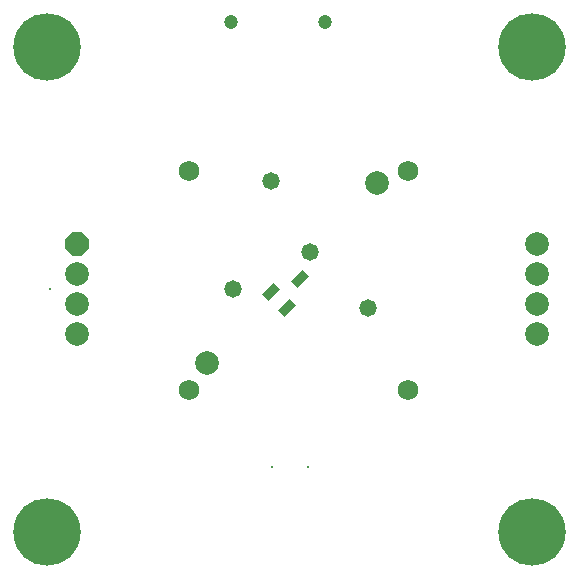
<source format=gbs>
G04 Layer_Color=16711935*
%FSLAX44Y44*%
%MOMM*%
G71*
G01*
G75*
%ADD38C,0.2032*%
%ADD39C,2.0032*%
%ADD40C,1.2032*%
G04:AMPARAMS|DCode=41|XSize=0.2032mm|YSize=0.2032mm|CornerRadius=0mm|HoleSize=0mm|Usage=FLASHONLY|Rotation=270.000|XOffset=0mm|YOffset=0mm|HoleType=Round|Shape=RoundedRectangle|*
%AMROUNDEDRECTD41*
21,1,0.2032,0.2032,0,0,270.0*
21,1,0.2032,0.2032,0,0,270.0*
1,1,0.0000,-0.1016,-0.1016*
1,1,0.0000,-0.1016,0.1016*
1,1,0.0000,0.1016,0.1016*
1,1,0.0000,0.1016,-0.1016*
%
%ADD41ROUNDEDRECTD41*%
%ADD42P,2.1683X8X292.5*%
%ADD43C,1.7272*%
%ADD44C,5.7032*%
%ADD45C,1.4732*%
G04:AMPARAMS|DCode=46|XSize=1.4032mm|YSize=0.7532mm|CornerRadius=0mm|HoleSize=0mm|Usage=FLASHONLY|Rotation=45.000|XOffset=0mm|YOffset=0mm|HoleType=Round|Shape=Rectangle|*
%AMROTATEDRECTD46*
4,1,4,-0.2298,-0.7624,-0.7624,-0.2298,0.2298,0.7624,0.7624,0.2298,-0.2298,-0.7624,0.0*
%
%ADD46ROTATEDRECTD46*%

D38*
X235395Y100000D02*
D03*
X265395D02*
D03*
D39*
X180000Y188000D02*
D03*
X324000Y340000D02*
D03*
X459500Y288100D02*
D03*
Y211900D02*
D03*
Y237300D02*
D03*
Y262700D02*
D03*
X70000D02*
D03*
Y237300D02*
D03*
Y211900D02*
D03*
D40*
X200000Y476000D02*
D03*
X280000D02*
D03*
D41*
X47200Y250000D02*
D03*
D42*
X70000Y288100D02*
D03*
D43*
X350000Y165000D02*
D03*
X165000Y350000D02*
D03*
X350000D02*
D03*
X165000Y165000D02*
D03*
D44*
X45000Y455000D02*
D03*
X455000D02*
D03*
X45000Y45000D02*
D03*
X455000D02*
D03*
D45*
X202000Y250000D02*
D03*
X316000Y234000D02*
D03*
X266930Y282000D02*
D03*
X234000Y342000D02*
D03*
D46*
X247525Y234090D02*
D03*
X234090Y247525D02*
D03*
X259192Y259192D02*
D03*
M02*

</source>
